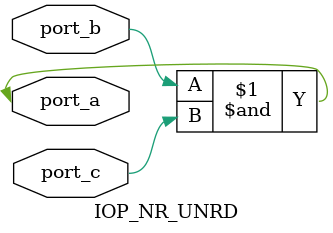
<source format=v>
module IOP_NR_UNRD (port_a, port_b, port_c);
   inout port_a;
   input port_b;
   input port_c;

   assign port_a = port_b & port_c;

endmodule 

</source>
